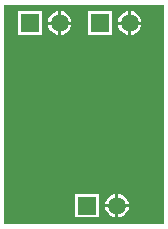
<source format=gbl>
G04 Layer_Physical_Order=2*
G04 Layer_Color=16711680*
%FSLAX44Y44*%
%MOMM*%
G71*
G01*
G75*
%ADD20R,1.5000X1.5000*%
%ADD21C,1.5000*%
%ADD22C,0.4000*%
G36*
X871500Y546000D02*
X736000D01*
Y731000D01*
X871500D01*
Y546000D01*
D02*
G37*
%LPC*%
G36*
X843670Y725709D02*
Y717020D01*
X852359D01*
X852182Y718371D01*
X851170Y720813D01*
X849561Y722911D01*
X847463Y724520D01*
X845021Y725531D01*
X843670Y725709D01*
D02*
G37*
G36*
X841130D02*
X839779Y725531D01*
X837337Y724520D01*
X835239Y722911D01*
X833630Y720813D01*
X832618Y718371D01*
X832441Y717020D01*
X841130D01*
Y725709D01*
D02*
G37*
G36*
X784420D02*
Y717020D01*
X793109D01*
X792932Y718371D01*
X791920Y720813D01*
X790311Y722911D01*
X788213Y724520D01*
X785771Y725531D01*
X784420Y725709D01*
D02*
G37*
G36*
X781880D02*
X780529Y725531D01*
X778087Y724520D01*
X775989Y722911D01*
X774380Y720813D01*
X773368Y718371D01*
X773191Y717020D01*
X781880D01*
Y725709D01*
D02*
G37*
G36*
X852359Y714480D02*
X843670D01*
Y705791D01*
X845021Y705968D01*
X847463Y706980D01*
X849561Y708589D01*
X851170Y710687D01*
X852182Y713129D01*
X852359Y714480D01*
D02*
G37*
G36*
X841130D02*
X832441D01*
X832618Y713129D01*
X833630Y710687D01*
X835239Y708589D01*
X837337Y706980D01*
X839779Y705968D01*
X841130Y705791D01*
Y714480D01*
D02*
G37*
G36*
X793109D02*
X784420D01*
Y705791D01*
X785771Y705968D01*
X788213Y706980D01*
X790311Y708589D01*
X791920Y710687D01*
X792932Y713129D01*
X793109Y714480D01*
D02*
G37*
G36*
X781880D02*
X773191D01*
X773368Y713129D01*
X774380Y710687D01*
X775989Y708589D01*
X778087Y706980D01*
X780529Y705968D01*
X781880Y705791D01*
Y714480D01*
D02*
G37*
G36*
X827040Y725790D02*
X806960D01*
Y705710D01*
X827040D01*
Y725790D01*
D02*
G37*
G36*
X767790D02*
X747710D01*
Y705710D01*
X767790D01*
Y725790D01*
D02*
G37*
G36*
X832920Y571209D02*
Y562520D01*
X841609D01*
X841432Y563871D01*
X840420Y566313D01*
X838811Y568411D01*
X836713Y570020D01*
X834271Y571032D01*
X832920Y571209D01*
D02*
G37*
G36*
X830380D02*
X829029Y571032D01*
X826587Y570020D01*
X824489Y568411D01*
X822880Y566313D01*
X821868Y563871D01*
X821691Y562520D01*
X830380D01*
Y571209D01*
D02*
G37*
G36*
X841609Y559980D02*
X832920D01*
Y551291D01*
X834271Y551468D01*
X836713Y552480D01*
X838811Y554089D01*
X840420Y556187D01*
X841432Y558629D01*
X841609Y559980D01*
D02*
G37*
G36*
X830380D02*
X821691D01*
X821868Y558629D01*
X822880Y556187D01*
X824489Y554089D01*
X826587Y552480D01*
X829029Y551468D01*
X830380Y551291D01*
Y559980D01*
D02*
G37*
G36*
X816290Y571290D02*
X796210D01*
Y551210D01*
X816290D01*
Y571290D01*
D02*
G37*
%LPD*%
D20*
X817000Y715750D02*
D03*
X757750D02*
D03*
X806250Y561250D02*
D03*
D21*
X842400Y715750D02*
D03*
X783150D02*
D03*
X831650Y561250D02*
D03*
D22*
X794000Y668500D02*
D03*
X826000Y633000D02*
D03*
M02*

</source>
